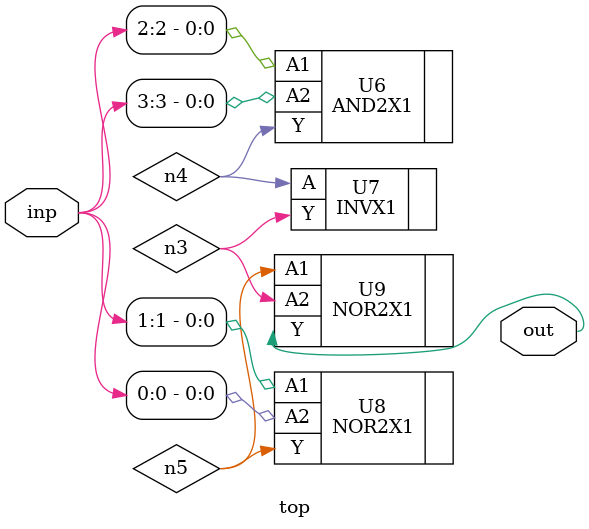
<source format=sv>


module top ( inp, out );
  input [3:0] inp;
  output out;
  wire   n3, n4, n5;

  AND2X1 U6 ( .A1(inp[2]), .A2(inp[3]), .Y(n4) );
  INVX1 U7 ( .A(n4), .Y(n3) );
  NOR2X1 U8 ( .A1(inp[1]), .A2(inp[0]), .Y(n5) );
  NOR2X1 U9 ( .A1(n5), .A2(n3), .Y(out) );
endmodule


</source>
